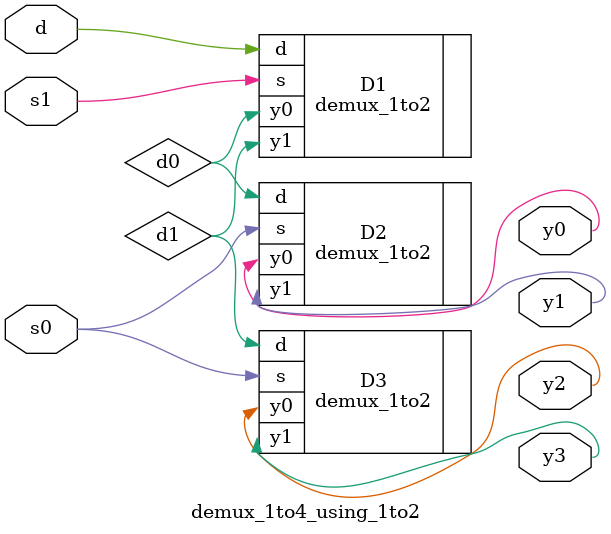
<source format=v>
module demux_1to4_using_1to2(
    input d,
    input s1,
    input s0,
    output y0,
    output y1,
    output y2,
    output y3
);
wire d0, d1;
// First stage DEMUX
demux_1to2 D1 (
    .d(d),
    .s(s1),
    .y0(d0),
    .y1(d1)
);
// Second stage DEMUXs
demux_1to2 D2 (
    .d(d0),
    .s(s0),
    .y0(y0),
    .y1(y1)
);
demux_1to2 D3 (
    .d(d1),
    .s(s0),
    .y0(y2),
    .y1(y3)
);
endmodule

</source>
